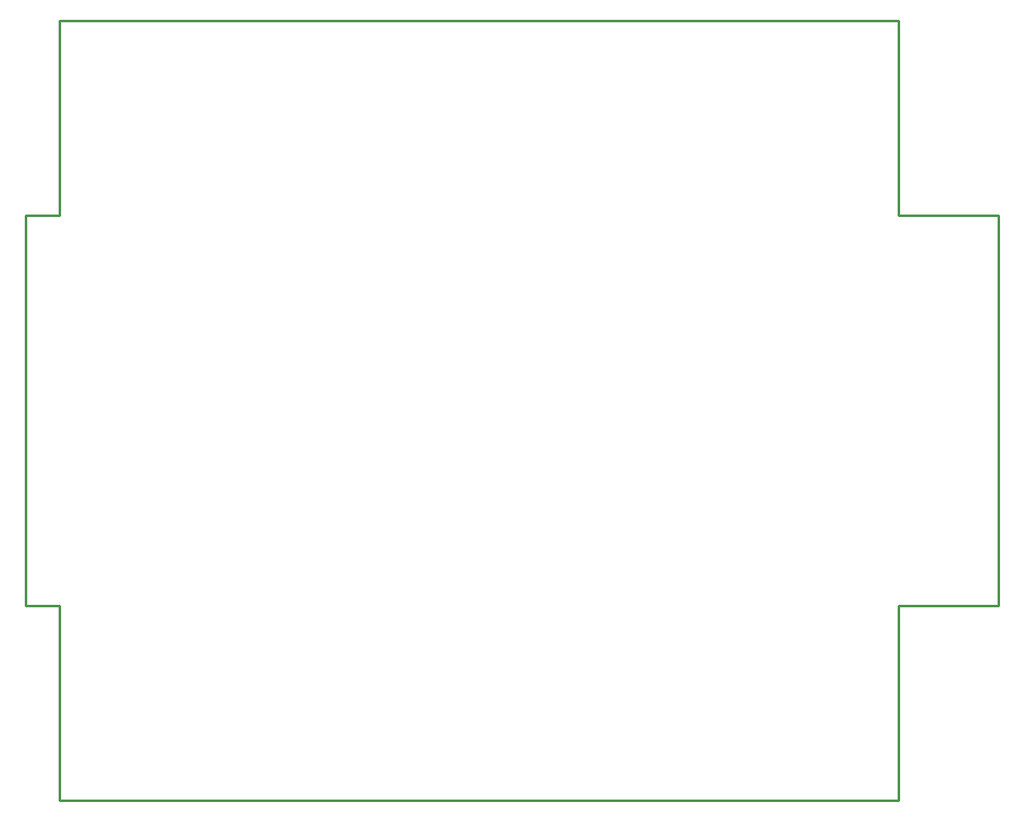
<source format=gko>
G04 Layer_Color=16711935*
%FSTAX24Y24*%
%MOIN*%
G70*
G01*
G75*
%ADD48C,0.0100*%
D48*
X246654Y181102D02*
Y19685D01*
Y181102D02*
X248032D01*
X28189D02*
X285925D01*
X248032Y173228D02*
X28189D01*
Y181102D01*
X285925D02*
Y19685D01*
X28189D02*
X285925D01*
X28189D02*
Y204724D01*
X248032D02*
X28189D01*
X248032Y19685D02*
Y204724D01*
X246654Y19685D02*
X248032D01*
Y173228D02*
Y181102D01*
M02*

</source>
